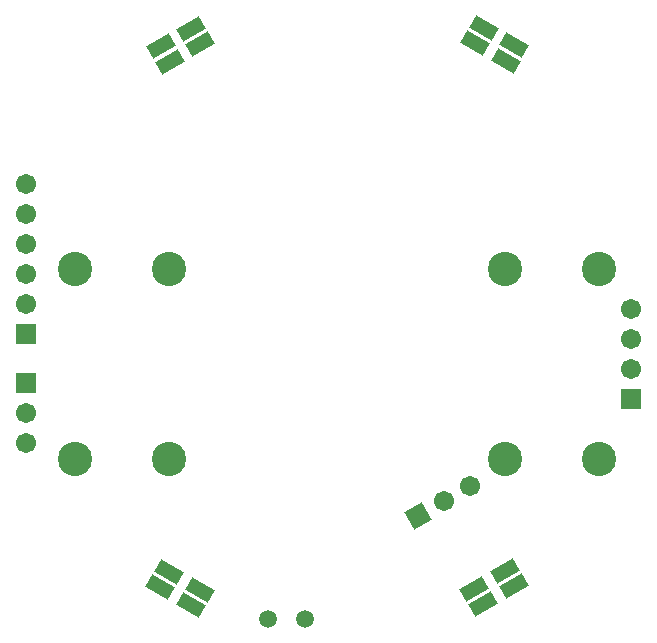
<source format=gbr>
%FSLAX43Y43*%
%MOMM*%
G71*
G01*
G75*
G04 Layer_Color=16711935*
%ADD10R,1.500X2.500*%
%ADD11R,0.762X1.372*%
%ADD12R,1.372X0.864*%
%ADD13R,1.372X0.762*%
%ADD14R,0.864X1.372*%
%ADD15R,1.100X0.650*%
%ADD16R,1.300X2.700*%
%ADD17R,0.650X1.100*%
%ADD18R,0.900X0.950*%
%ADD19R,0.900X0.950*%
%ADD20O,0.550X1.750*%
%ADD21O,1.750X0.550*%
%ADD22R,2.032X2.032*%
%ADD23R,0.550X1.450*%
%ADD24C,0.200*%
%ADD25C,0.254*%
%ADD26P,2.121X4X75.0*%
%ADD27C,1.500*%
%ADD28C,2.700*%
%ADD29R,1.500X1.500*%
%ADD30C,1.300*%
%ADD31C,0.800*%
%ADD32C,6.000*%
%ADD33C,3.000*%
G04:AMPARAMS|DCode=34|XSize=2mm|YSize=1mm|CornerRadius=0mm|HoleSize=0mm|Usage=FLASHONLY|Rotation=150.000|XOffset=0mm|YOffset=0mm|HoleType=Round|Shape=Rectangle|*
%AMROTATEDRECTD34*
4,1,4,1.116,-0.067,0.616,-0.933,-1.116,0.067,-0.616,0.933,1.116,-0.067,0.0*
%
%ADD34ROTATEDRECTD34*%

G04:AMPARAMS|DCode=35|XSize=2mm|YSize=1mm|CornerRadius=0mm|HoleSize=0mm|Usage=FLASHONLY|Rotation=30.000|XOffset=0mm|YOffset=0mm|HoleType=Round|Shape=Rectangle|*
%AMROTATEDRECTD35*
4,1,4,-0.616,-0.933,-1.116,-0.067,0.616,0.933,1.116,0.067,-0.616,-0.933,0.0*
%
%ADD35ROTATEDRECTD35*%

%ADD36C,2.000*%
%ADD37C,0.250*%
%ADD38C,0.600*%
%ADD39C,0.508*%
%ADD40C,0.152*%
%ADD41C,0.150*%
%ADD42C,0.300*%
%ADD43R,1.703X2.703*%
%ADD44R,0.965X1.575*%
%ADD45R,1.575X1.067*%
%ADD46R,1.575X0.965*%
%ADD47R,1.067X1.575*%
%ADD48R,1.303X0.853*%
%ADD49R,1.503X2.903*%
%ADD50R,0.853X1.303*%
%ADD51R,1.103X1.153*%
%ADD52R,1.103X1.153*%
%ADD53O,0.753X1.953*%
%ADD54O,1.953X0.753*%
%ADD55R,2.235X2.235*%
%ADD56R,0.753X1.653*%
%ADD57P,2.409X4X75.0*%
%ADD58C,1.703*%
%ADD59C,2.903*%
%ADD60R,1.703X1.703*%
%ADD61C,1.503*%
G04:AMPARAMS|DCode=62|XSize=2.203mm|YSize=1.203mm|CornerRadius=0mm|HoleSize=0mm|Usage=FLASHONLY|Rotation=150.000|XOffset=0mm|YOffset=0mm|HoleType=Round|Shape=Rectangle|*
%AMROTATEDRECTD62*
4,1,4,1.255,-0.030,0.653,-1.072,-1.255,0.030,-0.653,1.072,1.255,-0.030,0.0*
%
%ADD62ROTATEDRECTD62*%

G04:AMPARAMS|DCode=63|XSize=2.203mm|YSize=1.203mm|CornerRadius=0mm|HoleSize=0mm|Usage=FLASHONLY|Rotation=30.000|XOffset=0mm|YOffset=0mm|HoleType=Round|Shape=Rectangle|*
%AMROTATEDRECTD63*
4,1,4,-0.653,-1.072,-1.255,-0.030,0.653,1.072,1.255,0.030,-0.653,-1.072,0.0*
%
%ADD63ROTATEDRECTD63*%

D57*
X6850Y-16900D02*
D03*
D58*
X9050Y-15630D02*
D03*
X11249Y-14360D02*
D03*
X24875Y645D02*
D03*
Y-1895D02*
D03*
Y-4435D02*
D03*
X-26375Y11175D02*
D03*
Y8635D02*
D03*
Y6095D02*
D03*
Y3555D02*
D03*
Y1015D02*
D03*
Y-10755D02*
D03*
Y-8215D02*
D03*
D59*
X22200Y4000D02*
D03*
X14200D02*
D03*
X-14200D02*
D03*
X-22200D02*
D03*
X22200Y-12100D02*
D03*
X14200D02*
D03*
X-14200D02*
D03*
X-22200D02*
D03*
D60*
X24875Y-6975D02*
D03*
X-26375Y-1525D02*
D03*
Y-5675D02*
D03*
D61*
X-5825Y-25600D02*
D03*
X-2725D02*
D03*
D62*
X14249Y21644D02*
D03*
X11651Y23144D02*
D03*
X14999Y22943D02*
D03*
X12401Y24443D02*
D03*
X-12401Y-24443D02*
D03*
X-14999Y-22943D02*
D03*
X-11651Y-23144D02*
D03*
X-14249Y-21644D02*
D03*
D63*
X-11601Y23057D02*
D03*
X-14199Y21557D02*
D03*
X-12351Y24356D02*
D03*
X-14949Y22856D02*
D03*
X14949Y-22856D02*
D03*
X12351Y-24356D02*
D03*
X14199Y-21557D02*
D03*
X11601Y-23057D02*
D03*
M02*

</source>
